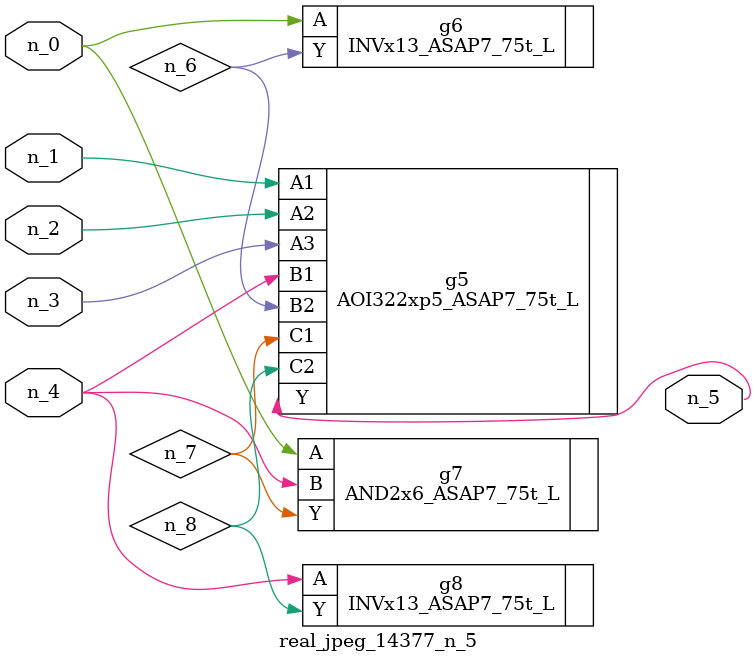
<source format=v>
module real_jpeg_14377_n_5 (n_4, n_0, n_1, n_2, n_3, n_5);

input n_4;
input n_0;
input n_1;
input n_2;
input n_3;

output n_5;

wire n_8;
wire n_6;
wire n_7;

INVx13_ASAP7_75t_L g6 ( 
.A(n_0),
.Y(n_6)
);

AND2x6_ASAP7_75t_L g7 ( 
.A(n_0),
.B(n_4),
.Y(n_7)
);

AOI322xp5_ASAP7_75t_L g5 ( 
.A1(n_1),
.A2(n_2),
.A3(n_3),
.B1(n_4),
.B2(n_6),
.C1(n_7),
.C2(n_8),
.Y(n_5)
);

INVx13_ASAP7_75t_L g8 ( 
.A(n_4),
.Y(n_8)
);


endmodule
</source>
